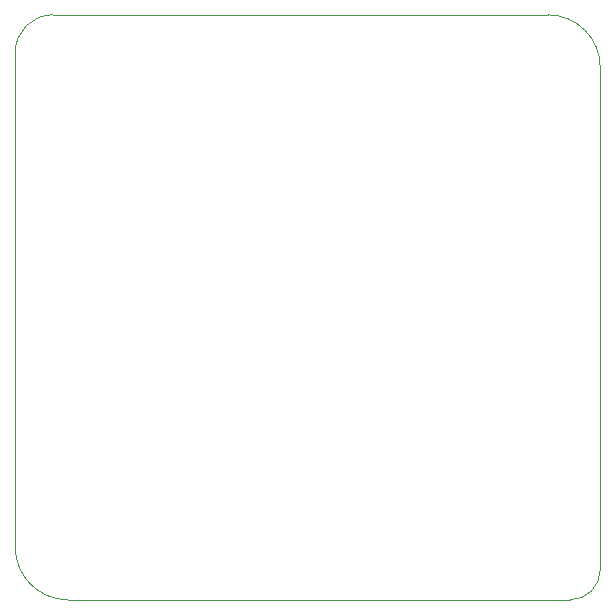
<source format=gbr>
G04 (created by PCBNEW (22-Jun-2014 BZR 4027)-stable) date Fri 29 Dec 2017 04:16:52 AM CST*
%MOIN*%
G04 Gerber Fmt 3.4, Leading zero omitted, Abs format*
%FSLAX34Y34*%
G01*
G70*
G90*
G04 APERTURE LIST*
%ADD10C,0.00590551*%
%ADD11C,0.00393701*%
G04 APERTURE END LIST*
G54D10*
G54D11*
X79250Y-25500D02*
X95750Y-25500D01*
X78000Y-26750D02*
X78000Y-43250D01*
X79250Y-25500D02*
G75*
G03X78000Y-26750I0J-1250D01*
G74*
G01*
X97500Y-27250D02*
X97500Y-44000D01*
X79750Y-45000D02*
X96500Y-45000D01*
X96500Y-45000D02*
G75*
G03X97500Y-44000I0J1000D01*
G74*
G01*
X97500Y-27250D02*
G75*
G03X95750Y-25500I-1750J0D01*
G74*
G01*
X78000Y-43250D02*
G75*
G03X79750Y-45000I1750J0D01*
G74*
G01*
M02*

</source>
